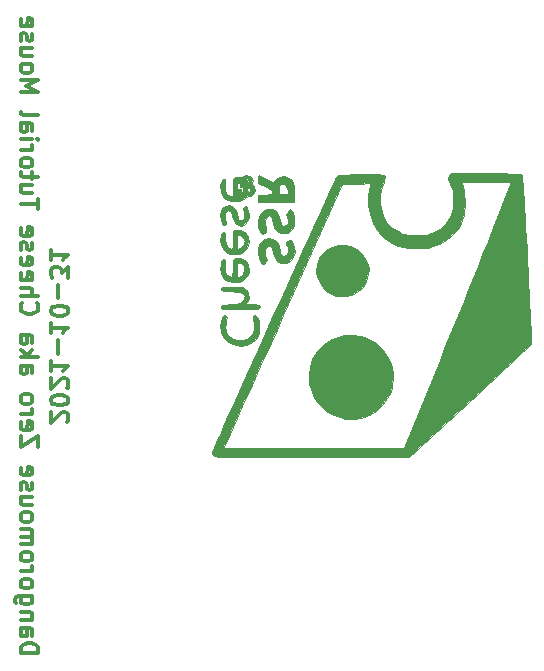
<source format=gbo>
%TF.GenerationSoftware,KiCad,Pcbnew,5.1.10*%
%TF.CreationDate,2021-10-31T20:18:17+09:00*%
%TF.ProjectId,ZeroPCB,5a65726f-5043-4422-9e6b-696361645f70,rev?*%
%TF.SameCoordinates,Original*%
%TF.FileFunction,Legend,Bot*%
%TF.FilePolarity,Positive*%
%FSLAX46Y46*%
G04 Gerber Fmt 4.6, Leading zero omitted, Abs format (unit mm)*
G04 Created by KiCad (PCBNEW 5.1.10) date 2021-10-31 20:18:17*
%MOMM*%
%LPD*%
G01*
G04 APERTURE LIST*
%ADD10C,0.300000*%
%ADD11C,0.010000*%
G04 APERTURE END LIST*
D10*
X108753571Y-103435714D02*
X108825000Y-103364285D01*
X108896428Y-103221428D01*
X108896428Y-102864285D01*
X108825000Y-102721428D01*
X108753571Y-102650000D01*
X108610714Y-102578571D01*
X108467857Y-102578571D01*
X108253571Y-102650000D01*
X107396428Y-103507142D01*
X107396428Y-102578571D01*
X108896428Y-101650000D02*
X108896428Y-101507142D01*
X108825000Y-101364285D01*
X108753571Y-101292857D01*
X108610714Y-101221428D01*
X108325000Y-101150000D01*
X107967857Y-101150000D01*
X107682142Y-101221428D01*
X107539285Y-101292857D01*
X107467857Y-101364285D01*
X107396428Y-101507142D01*
X107396428Y-101650000D01*
X107467857Y-101792857D01*
X107539285Y-101864285D01*
X107682142Y-101935714D01*
X107967857Y-102007142D01*
X108325000Y-102007142D01*
X108610714Y-101935714D01*
X108753571Y-101864285D01*
X108825000Y-101792857D01*
X108896428Y-101650000D01*
X108753571Y-100578571D02*
X108825000Y-100507142D01*
X108896428Y-100364285D01*
X108896428Y-100007142D01*
X108825000Y-99864285D01*
X108753571Y-99792857D01*
X108610714Y-99721428D01*
X108467857Y-99721428D01*
X108253571Y-99792857D01*
X107396428Y-100650000D01*
X107396428Y-99721428D01*
X107396428Y-98292857D02*
X107396428Y-99150000D01*
X107396428Y-98721428D02*
X108896428Y-98721428D01*
X108682142Y-98864285D01*
X108539285Y-99007142D01*
X108467857Y-99150000D01*
X107967857Y-97650000D02*
X107967857Y-96507142D01*
X107396428Y-95007142D02*
X107396428Y-95864285D01*
X107396428Y-95435714D02*
X108896428Y-95435714D01*
X108682142Y-95578571D01*
X108539285Y-95721428D01*
X108467857Y-95864285D01*
X108896428Y-94078571D02*
X108896428Y-93935714D01*
X108825000Y-93792857D01*
X108753571Y-93721428D01*
X108610714Y-93650000D01*
X108325000Y-93578571D01*
X107967857Y-93578571D01*
X107682142Y-93650000D01*
X107539285Y-93721428D01*
X107467857Y-93792857D01*
X107396428Y-93935714D01*
X107396428Y-94078571D01*
X107467857Y-94221428D01*
X107539285Y-94292857D01*
X107682142Y-94364285D01*
X107967857Y-94435714D01*
X108325000Y-94435714D01*
X108610714Y-94364285D01*
X108753571Y-94292857D01*
X108825000Y-94221428D01*
X108896428Y-94078571D01*
X107967857Y-92935714D02*
X107967857Y-91792857D01*
X108896428Y-91221428D02*
X108896428Y-90292857D01*
X108325000Y-90792857D01*
X108325000Y-90578571D01*
X108253571Y-90435714D01*
X108182142Y-90364285D01*
X108039285Y-90292857D01*
X107682142Y-90292857D01*
X107539285Y-90364285D01*
X107467857Y-90435714D01*
X107396428Y-90578571D01*
X107396428Y-91007142D01*
X107467857Y-91150000D01*
X107539285Y-91221428D01*
X107396428Y-88864285D02*
X107396428Y-89721428D01*
X107396428Y-89292857D02*
X108896428Y-89292857D01*
X108682142Y-89435714D01*
X108539285Y-89578571D01*
X108467857Y-89721428D01*
X104846428Y-123007142D02*
X106346428Y-123007142D01*
X106346428Y-122650000D01*
X106275000Y-122435714D01*
X106132142Y-122292857D01*
X105989285Y-122221428D01*
X105703571Y-122150000D01*
X105489285Y-122150000D01*
X105203571Y-122221428D01*
X105060714Y-122292857D01*
X104917857Y-122435714D01*
X104846428Y-122650000D01*
X104846428Y-123007142D01*
X104846428Y-120864285D02*
X105632142Y-120864285D01*
X105775000Y-120935714D01*
X105846428Y-121078571D01*
X105846428Y-121364285D01*
X105775000Y-121507142D01*
X104917857Y-120864285D02*
X104846428Y-121007142D01*
X104846428Y-121364285D01*
X104917857Y-121507142D01*
X105060714Y-121578571D01*
X105203571Y-121578571D01*
X105346428Y-121507142D01*
X105417857Y-121364285D01*
X105417857Y-121007142D01*
X105489285Y-120864285D01*
X105846428Y-120150000D02*
X104846428Y-120150000D01*
X105703571Y-120150000D02*
X105775000Y-120078571D01*
X105846428Y-119935714D01*
X105846428Y-119721428D01*
X105775000Y-119578571D01*
X105632142Y-119507142D01*
X104846428Y-119507142D01*
X105846428Y-118150000D02*
X104632142Y-118150000D01*
X104489285Y-118221428D01*
X104417857Y-118292857D01*
X104346428Y-118435714D01*
X104346428Y-118650000D01*
X104417857Y-118792857D01*
X104917857Y-118150000D02*
X104846428Y-118292857D01*
X104846428Y-118578571D01*
X104917857Y-118721428D01*
X104989285Y-118792857D01*
X105132142Y-118864285D01*
X105560714Y-118864285D01*
X105703571Y-118792857D01*
X105775000Y-118721428D01*
X105846428Y-118578571D01*
X105846428Y-118292857D01*
X105775000Y-118150000D01*
X104846428Y-117221428D02*
X104917857Y-117364285D01*
X104989285Y-117435714D01*
X105132142Y-117507142D01*
X105560714Y-117507142D01*
X105703571Y-117435714D01*
X105775000Y-117364285D01*
X105846428Y-117221428D01*
X105846428Y-117007142D01*
X105775000Y-116864285D01*
X105703571Y-116792857D01*
X105560714Y-116721428D01*
X105132142Y-116721428D01*
X104989285Y-116792857D01*
X104917857Y-116864285D01*
X104846428Y-117007142D01*
X104846428Y-117221428D01*
X104846428Y-116078571D02*
X105846428Y-116078571D01*
X105560714Y-116078571D02*
X105703571Y-116007142D01*
X105775000Y-115935714D01*
X105846428Y-115792857D01*
X105846428Y-115650000D01*
X104846428Y-114935714D02*
X104917857Y-115078571D01*
X104989285Y-115150000D01*
X105132142Y-115221428D01*
X105560714Y-115221428D01*
X105703571Y-115150000D01*
X105775000Y-115078571D01*
X105846428Y-114935714D01*
X105846428Y-114721428D01*
X105775000Y-114578571D01*
X105703571Y-114507142D01*
X105560714Y-114435714D01*
X105132142Y-114435714D01*
X104989285Y-114507142D01*
X104917857Y-114578571D01*
X104846428Y-114721428D01*
X104846428Y-114935714D01*
X104846428Y-113792857D02*
X105846428Y-113792857D01*
X105703571Y-113792857D02*
X105775000Y-113721428D01*
X105846428Y-113578571D01*
X105846428Y-113364285D01*
X105775000Y-113221428D01*
X105632142Y-113150000D01*
X104846428Y-113150000D01*
X105632142Y-113150000D02*
X105775000Y-113078571D01*
X105846428Y-112935714D01*
X105846428Y-112721428D01*
X105775000Y-112578571D01*
X105632142Y-112507142D01*
X104846428Y-112507142D01*
X104846428Y-111578571D02*
X104917857Y-111721428D01*
X104989285Y-111792857D01*
X105132142Y-111864285D01*
X105560714Y-111864285D01*
X105703571Y-111792857D01*
X105775000Y-111721428D01*
X105846428Y-111578571D01*
X105846428Y-111364285D01*
X105775000Y-111221428D01*
X105703571Y-111150000D01*
X105560714Y-111078571D01*
X105132142Y-111078571D01*
X104989285Y-111150000D01*
X104917857Y-111221428D01*
X104846428Y-111364285D01*
X104846428Y-111578571D01*
X105846428Y-109792857D02*
X104846428Y-109792857D01*
X105846428Y-110435714D02*
X105060714Y-110435714D01*
X104917857Y-110364285D01*
X104846428Y-110221428D01*
X104846428Y-110007142D01*
X104917857Y-109864285D01*
X104989285Y-109792857D01*
X104917857Y-109150000D02*
X104846428Y-109007142D01*
X104846428Y-108721428D01*
X104917857Y-108578571D01*
X105060714Y-108507142D01*
X105132142Y-108507142D01*
X105275000Y-108578571D01*
X105346428Y-108721428D01*
X105346428Y-108935714D01*
X105417857Y-109078571D01*
X105560714Y-109150000D01*
X105632142Y-109150000D01*
X105775000Y-109078571D01*
X105846428Y-108935714D01*
X105846428Y-108721428D01*
X105775000Y-108578571D01*
X104917857Y-107292857D02*
X104846428Y-107435714D01*
X104846428Y-107721428D01*
X104917857Y-107864285D01*
X105060714Y-107935714D01*
X105632142Y-107935714D01*
X105775000Y-107864285D01*
X105846428Y-107721428D01*
X105846428Y-107435714D01*
X105775000Y-107292857D01*
X105632142Y-107221428D01*
X105489285Y-107221428D01*
X105346428Y-107935714D01*
X106346428Y-105578571D02*
X106346428Y-104578571D01*
X104846428Y-105578571D01*
X104846428Y-104578571D01*
X104917857Y-103435714D02*
X104846428Y-103578571D01*
X104846428Y-103864285D01*
X104917857Y-104007142D01*
X105060714Y-104078571D01*
X105632142Y-104078571D01*
X105775000Y-104007142D01*
X105846428Y-103864285D01*
X105846428Y-103578571D01*
X105775000Y-103435714D01*
X105632142Y-103364285D01*
X105489285Y-103364285D01*
X105346428Y-104078571D01*
X104846428Y-102721428D02*
X105846428Y-102721428D01*
X105560714Y-102721428D02*
X105703571Y-102650000D01*
X105775000Y-102578571D01*
X105846428Y-102435714D01*
X105846428Y-102292857D01*
X104846428Y-101578571D02*
X104917857Y-101721428D01*
X104989285Y-101792857D01*
X105132142Y-101864285D01*
X105560714Y-101864285D01*
X105703571Y-101792857D01*
X105775000Y-101721428D01*
X105846428Y-101578571D01*
X105846428Y-101364285D01*
X105775000Y-101221428D01*
X105703571Y-101150000D01*
X105560714Y-101078571D01*
X105132142Y-101078571D01*
X104989285Y-101150000D01*
X104917857Y-101221428D01*
X104846428Y-101364285D01*
X104846428Y-101578571D01*
X104846428Y-98650000D02*
X105632142Y-98650000D01*
X105775000Y-98721428D01*
X105846428Y-98864285D01*
X105846428Y-99150000D01*
X105775000Y-99292857D01*
X104917857Y-98650000D02*
X104846428Y-98792857D01*
X104846428Y-99150000D01*
X104917857Y-99292857D01*
X105060714Y-99364285D01*
X105203571Y-99364285D01*
X105346428Y-99292857D01*
X105417857Y-99150000D01*
X105417857Y-98792857D01*
X105489285Y-98650000D01*
X104846428Y-97935714D02*
X106346428Y-97935714D01*
X105417857Y-97792857D02*
X104846428Y-97364285D01*
X105846428Y-97364285D02*
X105275000Y-97935714D01*
X104846428Y-96078571D02*
X105632142Y-96078571D01*
X105775000Y-96150000D01*
X105846428Y-96292857D01*
X105846428Y-96578571D01*
X105775000Y-96721428D01*
X104917857Y-96078571D02*
X104846428Y-96221428D01*
X104846428Y-96578571D01*
X104917857Y-96721428D01*
X105060714Y-96792857D01*
X105203571Y-96792857D01*
X105346428Y-96721428D01*
X105417857Y-96578571D01*
X105417857Y-96221428D01*
X105489285Y-96078571D01*
X104989285Y-93364285D02*
X104917857Y-93435714D01*
X104846428Y-93650000D01*
X104846428Y-93792857D01*
X104917857Y-94007142D01*
X105060714Y-94150000D01*
X105203571Y-94221428D01*
X105489285Y-94292857D01*
X105703571Y-94292857D01*
X105989285Y-94221428D01*
X106132142Y-94150000D01*
X106275000Y-94007142D01*
X106346428Y-93792857D01*
X106346428Y-93650000D01*
X106275000Y-93435714D01*
X106203571Y-93364285D01*
X104846428Y-92721428D02*
X106346428Y-92721428D01*
X104846428Y-92078571D02*
X105632142Y-92078571D01*
X105775000Y-92150000D01*
X105846428Y-92292857D01*
X105846428Y-92507142D01*
X105775000Y-92650000D01*
X105703571Y-92721428D01*
X104917857Y-90792857D02*
X104846428Y-90935714D01*
X104846428Y-91221428D01*
X104917857Y-91364285D01*
X105060714Y-91435714D01*
X105632142Y-91435714D01*
X105775000Y-91364285D01*
X105846428Y-91221428D01*
X105846428Y-90935714D01*
X105775000Y-90792857D01*
X105632142Y-90721428D01*
X105489285Y-90721428D01*
X105346428Y-91435714D01*
X104917857Y-89507142D02*
X104846428Y-89650000D01*
X104846428Y-89935714D01*
X104917857Y-90078571D01*
X105060714Y-90150000D01*
X105632142Y-90150000D01*
X105775000Y-90078571D01*
X105846428Y-89935714D01*
X105846428Y-89650000D01*
X105775000Y-89507142D01*
X105632142Y-89435714D01*
X105489285Y-89435714D01*
X105346428Y-90150000D01*
X104917857Y-88864285D02*
X104846428Y-88721428D01*
X104846428Y-88435714D01*
X104917857Y-88292857D01*
X105060714Y-88221428D01*
X105132142Y-88221428D01*
X105275000Y-88292857D01*
X105346428Y-88435714D01*
X105346428Y-88650000D01*
X105417857Y-88792857D01*
X105560714Y-88864285D01*
X105632142Y-88864285D01*
X105775000Y-88792857D01*
X105846428Y-88650000D01*
X105846428Y-88435714D01*
X105775000Y-88292857D01*
X104917857Y-87007142D02*
X104846428Y-87150000D01*
X104846428Y-87435714D01*
X104917857Y-87578571D01*
X105060714Y-87650000D01*
X105632142Y-87650000D01*
X105775000Y-87578571D01*
X105846428Y-87435714D01*
X105846428Y-87150000D01*
X105775000Y-87007142D01*
X105632142Y-86935714D01*
X105489285Y-86935714D01*
X105346428Y-87650000D01*
X106346428Y-85364285D02*
X106346428Y-84507142D01*
X104846428Y-84935714D02*
X106346428Y-84935714D01*
X105846428Y-83364285D02*
X104846428Y-83364285D01*
X105846428Y-84007142D02*
X105060714Y-84007142D01*
X104917857Y-83935714D01*
X104846428Y-83792857D01*
X104846428Y-83578571D01*
X104917857Y-83435714D01*
X104989285Y-83364285D01*
X105846428Y-82864285D02*
X105846428Y-82292857D01*
X106346428Y-82650000D02*
X105060714Y-82650000D01*
X104917857Y-82578571D01*
X104846428Y-82435714D01*
X104846428Y-82292857D01*
X104846428Y-81578571D02*
X104917857Y-81721428D01*
X104989285Y-81792857D01*
X105132142Y-81864285D01*
X105560714Y-81864285D01*
X105703571Y-81792857D01*
X105775000Y-81721428D01*
X105846428Y-81578571D01*
X105846428Y-81364285D01*
X105775000Y-81221428D01*
X105703571Y-81150000D01*
X105560714Y-81078571D01*
X105132142Y-81078571D01*
X104989285Y-81150000D01*
X104917857Y-81221428D01*
X104846428Y-81364285D01*
X104846428Y-81578571D01*
X104846428Y-80435714D02*
X105846428Y-80435714D01*
X105560714Y-80435714D02*
X105703571Y-80364285D01*
X105775000Y-80292857D01*
X105846428Y-80150000D01*
X105846428Y-80007142D01*
X104846428Y-79507142D02*
X105846428Y-79507142D01*
X106346428Y-79507142D02*
X106275000Y-79578571D01*
X106203571Y-79507142D01*
X106275000Y-79435714D01*
X106346428Y-79507142D01*
X106203571Y-79507142D01*
X104846428Y-78150000D02*
X105632142Y-78150000D01*
X105775000Y-78221428D01*
X105846428Y-78364285D01*
X105846428Y-78650000D01*
X105775000Y-78792857D01*
X104917857Y-78150000D02*
X104846428Y-78292857D01*
X104846428Y-78650000D01*
X104917857Y-78792857D01*
X105060714Y-78864285D01*
X105203571Y-78864285D01*
X105346428Y-78792857D01*
X105417857Y-78650000D01*
X105417857Y-78292857D01*
X105489285Y-78150000D01*
X104846428Y-77221428D02*
X104917857Y-77364285D01*
X105060714Y-77435714D01*
X106346428Y-77435714D01*
X104846428Y-75507142D02*
X106346428Y-75507142D01*
X105275000Y-75007142D01*
X106346428Y-74507142D01*
X104846428Y-74507142D01*
X104846428Y-73578571D02*
X104917857Y-73721428D01*
X104989285Y-73792857D01*
X105132142Y-73864285D01*
X105560714Y-73864285D01*
X105703571Y-73792857D01*
X105775000Y-73721428D01*
X105846428Y-73578571D01*
X105846428Y-73364285D01*
X105775000Y-73221428D01*
X105703571Y-73150000D01*
X105560714Y-73078571D01*
X105132142Y-73078571D01*
X104989285Y-73150000D01*
X104917857Y-73221428D01*
X104846428Y-73364285D01*
X104846428Y-73578571D01*
X105846428Y-71792857D02*
X104846428Y-71792857D01*
X105846428Y-72435714D02*
X105060714Y-72435714D01*
X104917857Y-72364285D01*
X104846428Y-72221428D01*
X104846428Y-72007142D01*
X104917857Y-71864285D01*
X104989285Y-71792857D01*
X104917857Y-71150000D02*
X104846428Y-71007142D01*
X104846428Y-70721428D01*
X104917857Y-70578571D01*
X105060714Y-70507142D01*
X105132142Y-70507142D01*
X105275000Y-70578571D01*
X105346428Y-70721428D01*
X105346428Y-70935714D01*
X105417857Y-71078571D01*
X105560714Y-71150000D01*
X105632142Y-71150000D01*
X105775000Y-71078571D01*
X105846428Y-70935714D01*
X105846428Y-70721428D01*
X105775000Y-70578571D01*
X104917857Y-69292857D02*
X104846428Y-69435714D01*
X104846428Y-69721428D01*
X104917857Y-69864285D01*
X105060714Y-69935714D01*
X105632142Y-69935714D01*
X105775000Y-69864285D01*
X105846428Y-69721428D01*
X105846428Y-69435714D01*
X105775000Y-69292857D01*
X105632142Y-69221428D01*
X105489285Y-69221428D01*
X105346428Y-69935714D01*
D11*
%TO.C,G\u002A\u002A\u002A*%
G36*
X148051107Y-96466137D02*
G01*
X148040510Y-96070075D01*
X148021920Y-95550897D01*
X147996165Y-94923828D01*
X147964077Y-94204091D01*
X147926485Y-93406911D01*
X147884221Y-92547512D01*
X147838114Y-91641118D01*
X147788994Y-90702953D01*
X147737692Y-89748241D01*
X147685039Y-88792205D01*
X147631864Y-87850072D01*
X147578998Y-86937063D01*
X147527271Y-86068404D01*
X147477513Y-85259318D01*
X147430555Y-84525029D01*
X147387226Y-83880762D01*
X147348358Y-83341741D01*
X147314780Y-82923190D01*
X147287323Y-82640332D01*
X147266817Y-82508392D01*
X147263663Y-82501501D01*
X147211603Y-82468683D01*
X147104952Y-82442198D01*
X146927894Y-82421423D01*
X146664609Y-82405735D01*
X146299282Y-82394511D01*
X145816093Y-82387128D01*
X145199227Y-82382964D01*
X144432864Y-82381394D01*
X144212919Y-82381334D01*
X141261904Y-82381334D01*
X141132886Y-82578240D01*
X141070149Y-82695661D01*
X141057827Y-82817552D01*
X141102328Y-82991237D01*
X141210059Y-83264046D01*
X141233178Y-83319074D01*
X141345028Y-83609639D01*
X141414338Y-83873505D01*
X141450984Y-84169641D01*
X141464843Y-84557015D01*
X141466077Y-84709667D01*
X141462862Y-85118995D01*
X141442927Y-85412146D01*
X141397010Y-85642116D01*
X141315847Y-85861895D01*
X141234312Y-86035593D01*
X140867786Y-86592235D01*
X140365107Y-87052129D01*
X139828828Y-87365223D01*
X139601283Y-87464122D01*
X139392854Y-87528776D01*
X139157386Y-87566291D01*
X138848724Y-87583769D01*
X138420711Y-87588316D01*
X138379334Y-87588334D01*
X137939610Y-87584525D01*
X137622982Y-87568361D01*
X137383295Y-87532737D01*
X137174393Y-87470551D01*
X136950120Y-87374696D01*
X136929840Y-87365223D01*
X136313532Y-86999060D01*
X135841035Y-86544046D01*
X135509527Y-85995986D01*
X135316185Y-85350683D01*
X135263832Y-84888165D01*
X135254468Y-84480012D01*
X135284166Y-84149022D01*
X135364976Y-83807686D01*
X135448973Y-83543718D01*
X135581684Y-83123593D01*
X135650262Y-82832241D01*
X135657639Y-82642950D01*
X135606748Y-82529007D01*
X135564167Y-82494282D01*
X135451615Y-82476011D01*
X135195793Y-82462004D01*
X134822722Y-82452798D01*
X134358424Y-82448930D01*
X133828922Y-82450938D01*
X133595667Y-82453630D01*
X132975399Y-82463656D01*
X132502736Y-82475574D01*
X132155948Y-82491204D01*
X131913308Y-82512364D01*
X131753087Y-82540875D01*
X131653555Y-82578557D01*
X131598821Y-82620846D01*
X131551691Y-82710334D01*
X131440086Y-82943786D01*
X131268657Y-83310891D01*
X131042055Y-83801338D01*
X130764933Y-84404816D01*
X130441941Y-85111013D01*
X130077731Y-85909619D01*
X129676955Y-86790322D01*
X129244263Y-87742811D01*
X128784307Y-88756775D01*
X128301739Y-89821903D01*
X127801209Y-90927883D01*
X127287370Y-92064405D01*
X126764872Y-93221158D01*
X126238368Y-94387830D01*
X125712508Y-95554110D01*
X125191944Y-96709687D01*
X124681327Y-97844249D01*
X124185309Y-98947487D01*
X123708541Y-100009088D01*
X123255674Y-101018741D01*
X122831361Y-101966136D01*
X122440251Y-102840961D01*
X122086998Y-103632905D01*
X121776251Y-104331657D01*
X121512663Y-104926905D01*
X121300884Y-105408339D01*
X121145567Y-105765648D01*
X121051363Y-105988519D01*
X121022667Y-106065882D01*
X121079408Y-106179429D01*
X121177501Y-106286545D01*
X121213482Y-106309901D01*
X121273332Y-106330522D01*
X121367054Y-106348571D01*
X121504648Y-106364215D01*
X121696116Y-106377618D01*
X121951462Y-106388946D01*
X122280687Y-106398363D01*
X122693792Y-106406036D01*
X123200781Y-106412129D01*
X123811654Y-106416807D01*
X124536414Y-106420235D01*
X125385063Y-106422579D01*
X126367603Y-106424004D01*
X127494036Y-106424675D01*
X128774363Y-106424757D01*
X129538334Y-106424613D01*
X137331224Y-106422664D01*
X137331224Y-105664667D01*
X129684946Y-105664667D01*
X128563279Y-105663981D01*
X127491269Y-105661987D01*
X126480832Y-105658786D01*
X125543887Y-105654475D01*
X124692349Y-105649155D01*
X123938135Y-105642924D01*
X123293163Y-105635881D01*
X122769349Y-105628125D01*
X122378610Y-105619755D01*
X122132864Y-105610871D01*
X122044027Y-105601571D01*
X122043907Y-105601167D01*
X122078692Y-105517921D01*
X122179215Y-105288986D01*
X122341589Y-104923032D01*
X122561926Y-104428727D01*
X122836336Y-103814738D01*
X123160934Y-103089735D01*
X123531830Y-102262385D01*
X123945137Y-101341357D01*
X124396966Y-100335321D01*
X124883430Y-99252943D01*
X125400642Y-98102892D01*
X125944712Y-96893837D01*
X126511753Y-95634446D01*
X127066057Y-94404000D01*
X132082968Y-83270334D01*
X133294317Y-83246778D01*
X134505666Y-83223223D01*
X134452309Y-83416112D01*
X134291856Y-84262754D01*
X134278240Y-85080916D01*
X134403011Y-85854892D01*
X134657718Y-86568977D01*
X135033909Y-87207465D01*
X135523134Y-87754652D01*
X136116941Y-88194831D01*
X136806879Y-88512299D01*
X137261668Y-88636965D01*
X137732093Y-88701753D01*
X138289752Y-88727257D01*
X138858678Y-88713521D01*
X139362905Y-88660592D01*
X139497000Y-88635638D01*
X140237104Y-88398709D01*
X140900465Y-88029111D01*
X141468496Y-87544465D01*
X141922605Y-86962395D01*
X142244203Y-86300522D01*
X142353596Y-85927626D01*
X142406272Y-85576936D01*
X142433861Y-85129645D01*
X142437038Y-84641313D01*
X142416476Y-84167501D01*
X142372849Y-83763770D01*
X142324620Y-83537790D01*
X142205906Y-83143334D01*
X146396223Y-83143334D01*
X144940952Y-86762834D01*
X144689068Y-87389172D01*
X144381388Y-88154020D01*
X144025382Y-89038817D01*
X143628522Y-90025001D01*
X143198279Y-91094013D01*
X142742123Y-92227291D01*
X142267525Y-93406274D01*
X141781956Y-94612403D01*
X141292887Y-95827115D01*
X140807788Y-97031851D01*
X140408453Y-98023500D01*
X137331224Y-105664667D01*
X137331224Y-106422664D01*
X137744334Y-106422560D01*
X142866667Y-101673374D01*
X143654164Y-100942718D01*
X144406037Y-100244095D01*
X145112987Y-99586206D01*
X145765715Y-98977750D01*
X146354922Y-98427429D01*
X146871311Y-97943943D01*
X147305582Y-97535993D01*
X147648436Y-97212280D01*
X147890576Y-96981504D01*
X148022703Y-96852366D01*
X148044997Y-96828019D01*
X148052880Y-96723860D01*
X148051107Y-96466137D01*
G37*
X148051107Y-96466137D02*
X148040510Y-96070075D01*
X148021920Y-95550897D01*
X147996165Y-94923828D01*
X147964077Y-94204091D01*
X147926485Y-93406911D01*
X147884221Y-92547512D01*
X147838114Y-91641118D01*
X147788994Y-90702953D01*
X147737692Y-89748241D01*
X147685039Y-88792205D01*
X147631864Y-87850072D01*
X147578998Y-86937063D01*
X147527271Y-86068404D01*
X147477513Y-85259318D01*
X147430555Y-84525029D01*
X147387226Y-83880762D01*
X147348358Y-83341741D01*
X147314780Y-82923190D01*
X147287323Y-82640332D01*
X147266817Y-82508392D01*
X147263663Y-82501501D01*
X147211603Y-82468683D01*
X147104952Y-82442198D01*
X146927894Y-82421423D01*
X146664609Y-82405735D01*
X146299282Y-82394511D01*
X145816093Y-82387128D01*
X145199227Y-82382964D01*
X144432864Y-82381394D01*
X144212919Y-82381334D01*
X141261904Y-82381334D01*
X141132886Y-82578240D01*
X141070149Y-82695661D01*
X141057827Y-82817552D01*
X141102328Y-82991237D01*
X141210059Y-83264046D01*
X141233178Y-83319074D01*
X141345028Y-83609639D01*
X141414338Y-83873505D01*
X141450984Y-84169641D01*
X141464843Y-84557015D01*
X141466077Y-84709667D01*
X141462862Y-85118995D01*
X141442927Y-85412146D01*
X141397010Y-85642116D01*
X141315847Y-85861895D01*
X141234312Y-86035593D01*
X140867786Y-86592235D01*
X140365107Y-87052129D01*
X139828828Y-87365223D01*
X139601283Y-87464122D01*
X139392854Y-87528776D01*
X139157386Y-87566291D01*
X138848724Y-87583769D01*
X138420711Y-87588316D01*
X138379334Y-87588334D01*
X137939610Y-87584525D01*
X137622982Y-87568361D01*
X137383295Y-87532737D01*
X137174393Y-87470551D01*
X136950120Y-87374696D01*
X136929840Y-87365223D01*
X136313532Y-86999060D01*
X135841035Y-86544046D01*
X135509527Y-85995986D01*
X135316185Y-85350683D01*
X135263832Y-84888165D01*
X135254468Y-84480012D01*
X135284166Y-84149022D01*
X135364976Y-83807686D01*
X135448973Y-83543718D01*
X135581684Y-83123593D01*
X135650262Y-82832241D01*
X135657639Y-82642950D01*
X135606748Y-82529007D01*
X135564167Y-82494282D01*
X135451615Y-82476011D01*
X135195793Y-82462004D01*
X134822722Y-82452798D01*
X134358424Y-82448930D01*
X133828922Y-82450938D01*
X133595667Y-82453630D01*
X132975399Y-82463656D01*
X132502736Y-82475574D01*
X132155948Y-82491204D01*
X131913308Y-82512364D01*
X131753087Y-82540875D01*
X131653555Y-82578557D01*
X131598821Y-82620846D01*
X131551691Y-82710334D01*
X131440086Y-82943786D01*
X131268657Y-83310891D01*
X131042055Y-83801338D01*
X130764933Y-84404816D01*
X130441941Y-85111013D01*
X130077731Y-85909619D01*
X129676955Y-86790322D01*
X129244263Y-87742811D01*
X128784307Y-88756775D01*
X128301739Y-89821903D01*
X127801209Y-90927883D01*
X127287370Y-92064405D01*
X126764872Y-93221158D01*
X126238368Y-94387830D01*
X125712508Y-95554110D01*
X125191944Y-96709687D01*
X124681327Y-97844249D01*
X124185309Y-98947487D01*
X123708541Y-100009088D01*
X123255674Y-101018741D01*
X122831361Y-101966136D01*
X122440251Y-102840961D01*
X122086998Y-103632905D01*
X121776251Y-104331657D01*
X121512663Y-104926905D01*
X121300884Y-105408339D01*
X121145567Y-105765648D01*
X121051363Y-105988519D01*
X121022667Y-106065882D01*
X121079408Y-106179429D01*
X121177501Y-106286545D01*
X121213482Y-106309901D01*
X121273332Y-106330522D01*
X121367054Y-106348571D01*
X121504648Y-106364215D01*
X121696116Y-106377618D01*
X121951462Y-106388946D01*
X122280687Y-106398363D01*
X122693792Y-106406036D01*
X123200781Y-106412129D01*
X123811654Y-106416807D01*
X124536414Y-106420235D01*
X125385063Y-106422579D01*
X126367603Y-106424004D01*
X127494036Y-106424675D01*
X128774363Y-106424757D01*
X129538334Y-106424613D01*
X137331224Y-106422664D01*
X137331224Y-105664667D01*
X129684946Y-105664667D01*
X128563279Y-105663981D01*
X127491269Y-105661987D01*
X126480832Y-105658786D01*
X125543887Y-105654475D01*
X124692349Y-105649155D01*
X123938135Y-105642924D01*
X123293163Y-105635881D01*
X122769349Y-105628125D01*
X122378610Y-105619755D01*
X122132864Y-105610871D01*
X122044027Y-105601571D01*
X122043907Y-105601167D01*
X122078692Y-105517921D01*
X122179215Y-105288986D01*
X122341589Y-104923032D01*
X122561926Y-104428727D01*
X122836336Y-103814738D01*
X123160934Y-103089735D01*
X123531830Y-102262385D01*
X123945137Y-101341357D01*
X124396966Y-100335321D01*
X124883430Y-99252943D01*
X125400642Y-98102892D01*
X125944712Y-96893837D01*
X126511753Y-95634446D01*
X127066057Y-94404000D01*
X132082968Y-83270334D01*
X133294317Y-83246778D01*
X134505666Y-83223223D01*
X134452309Y-83416112D01*
X134291856Y-84262754D01*
X134278240Y-85080916D01*
X134403011Y-85854892D01*
X134657718Y-86568977D01*
X135033909Y-87207465D01*
X135523134Y-87754652D01*
X136116941Y-88194831D01*
X136806879Y-88512299D01*
X137261668Y-88636965D01*
X137732093Y-88701753D01*
X138289752Y-88727257D01*
X138858678Y-88713521D01*
X139362905Y-88660592D01*
X139497000Y-88635638D01*
X140237104Y-88398709D01*
X140900465Y-88029111D01*
X141468496Y-87544465D01*
X141922605Y-86962395D01*
X142244203Y-86300522D01*
X142353596Y-85927626D01*
X142406272Y-85576936D01*
X142433861Y-85129645D01*
X142437038Y-84641313D01*
X142416476Y-84167501D01*
X142372849Y-83763770D01*
X142324620Y-83537790D01*
X142205906Y-83143334D01*
X146396223Y-83143334D01*
X144940952Y-86762834D01*
X144689068Y-87389172D01*
X144381388Y-88154020D01*
X144025382Y-89038817D01*
X143628522Y-90025001D01*
X143198279Y-91094013D01*
X142742123Y-92227291D01*
X142267525Y-93406274D01*
X141781956Y-94612403D01*
X141292887Y-95827115D01*
X140807788Y-97031851D01*
X140408453Y-98023500D01*
X137331224Y-105664667D01*
X137331224Y-106422664D01*
X137744334Y-106422560D01*
X142866667Y-101673374D01*
X143654164Y-100942718D01*
X144406037Y-100244095D01*
X145112987Y-99586206D01*
X145765715Y-98977750D01*
X146354922Y-98427429D01*
X146871311Y-97943943D01*
X147305582Y-97535993D01*
X147648436Y-97212280D01*
X147890576Y-96981504D01*
X148022703Y-96852366D01*
X148044997Y-96828019D01*
X148052880Y-96723860D01*
X148051107Y-96466137D01*
G36*
X125062642Y-95216946D02*
G01*
X125005652Y-94889438D01*
X124904398Y-94618492D01*
X124768645Y-94445212D01*
X124654846Y-94404000D01*
X124534987Y-94424210D01*
X124505362Y-94517489D01*
X124532304Y-94679167D01*
X124612692Y-95094948D01*
X124642560Y-95396083D01*
X124621863Y-95629563D01*
X124550556Y-95842376D01*
X124531157Y-95884618D01*
X124298891Y-96194031D01*
X123970409Y-96398528D01*
X123583990Y-96496073D01*
X123177916Y-96484628D01*
X122790470Y-96362158D01*
X122459931Y-96126623D01*
X122352416Y-96000557D01*
X122245210Y-95751818D01*
X122191131Y-95417055D01*
X122195227Y-95072610D01*
X122262549Y-94794823D01*
X122271457Y-94776522D01*
X122323708Y-94568163D01*
X122247089Y-94434829D01*
X122122844Y-94404000D01*
X121989156Y-94481547D01*
X121877640Y-94686618D01*
X121798026Y-94977864D01*
X121760044Y-95313934D01*
X121773424Y-95653477D01*
X121797029Y-95788643D01*
X121978816Y-96251427D01*
X122284897Y-96605019D01*
X122703098Y-96840476D01*
X123221246Y-96948854D01*
X123385157Y-96955223D01*
X123945794Y-96891463D01*
X124402553Y-96695842D01*
X124752031Y-96370626D01*
X124990825Y-95918079D01*
X125004783Y-95877237D01*
X125065607Y-95559913D01*
X125062642Y-95216946D01*
G37*
X125062642Y-95216946D02*
X125005652Y-94889438D01*
X124904398Y-94618492D01*
X124768645Y-94445212D01*
X124654846Y-94404000D01*
X124534987Y-94424210D01*
X124505362Y-94517489D01*
X124532304Y-94679167D01*
X124612692Y-95094948D01*
X124642560Y-95396083D01*
X124621863Y-95629563D01*
X124550556Y-95842376D01*
X124531157Y-95884618D01*
X124298891Y-96194031D01*
X123970409Y-96398528D01*
X123583990Y-96496073D01*
X123177916Y-96484628D01*
X122790470Y-96362158D01*
X122459931Y-96126623D01*
X122352416Y-96000557D01*
X122245210Y-95751818D01*
X122191131Y-95417055D01*
X122195227Y-95072610D01*
X122262549Y-94794823D01*
X122271457Y-94776522D01*
X122323708Y-94568163D01*
X122247089Y-94434829D01*
X122122844Y-94404000D01*
X121989156Y-94481547D01*
X121877640Y-94686618D01*
X121798026Y-94977864D01*
X121760044Y-95313934D01*
X121773424Y-95653477D01*
X121797029Y-95788643D01*
X121978816Y-96251427D01*
X122284897Y-96605019D01*
X122703098Y-96840476D01*
X123221246Y-96948854D01*
X123385157Y-96955223D01*
X123945794Y-96891463D01*
X124402553Y-96695842D01*
X124752031Y-96370626D01*
X124990825Y-95918079D01*
X125004783Y-95877237D01*
X125065607Y-95559913D01*
X125062642Y-95216946D01*
G36*
X124086119Y-90146348D02*
G01*
X123891310Y-89819651D01*
X123587193Y-89606169D01*
X123494535Y-89572951D01*
X123224733Y-89517414D01*
X123029835Y-89548801D01*
X122982486Y-89571318D01*
X122895287Y-89633034D01*
X122841377Y-89728874D01*
X122812906Y-89895805D01*
X122802025Y-90170791D01*
X122800667Y-90427646D01*
X122795863Y-90762506D01*
X122782999Y-91021886D01*
X122764395Y-91167934D01*
X122754129Y-91186667D01*
X122653977Y-91151507D01*
X122474898Y-91066312D01*
X122463796Y-91060596D01*
X122260914Y-90909827D01*
X122158021Y-90698472D01*
X122142503Y-90389132D01*
X122165088Y-90174875D01*
X122177928Y-89887353D01*
X122130608Y-89711772D01*
X122033366Y-89668013D01*
X121936500Y-89730968D01*
X121848473Y-89903013D01*
X121788962Y-90176285D01*
X121767572Y-90483737D01*
X121791145Y-90745635D01*
X121937196Y-91105443D01*
X122183674Y-91366691D01*
X122500005Y-91531760D01*
X122855613Y-91603035D01*
X123185872Y-91584780D01*
X123185872Y-91186667D01*
X123163766Y-91108860D01*
X123147348Y-90902831D01*
X123139586Y-90609672D01*
X123139334Y-90542609D01*
X123143908Y-90215429D01*
X123162171Y-90027301D01*
X123200934Y-89948085D01*
X123267008Y-89947639D01*
X123273259Y-89949942D01*
X123433283Y-89995588D01*
X123482973Y-90001334D01*
X123612436Y-90075840D01*
X123720374Y-90258853D01*
X123780535Y-90489608D01*
X123774766Y-90676698D01*
X123665665Y-90883886D01*
X123469680Y-91070063D01*
X123252927Y-91177978D01*
X123185872Y-91186667D01*
X123185872Y-91584780D01*
X123219921Y-91582897D01*
X123562353Y-91473730D01*
X123852334Y-91277917D01*
X124059288Y-90997839D01*
X124152639Y-90635881D01*
X124155017Y-90561416D01*
X124086119Y-90146348D01*
G37*
X124086119Y-90146348D02*
X123891310Y-89819651D01*
X123587193Y-89606169D01*
X123494535Y-89572951D01*
X123224733Y-89517414D01*
X123029835Y-89548801D01*
X122982486Y-89571318D01*
X122895287Y-89633034D01*
X122841377Y-89728874D01*
X122812906Y-89895805D01*
X122802025Y-90170791D01*
X122800667Y-90427646D01*
X122795863Y-90762506D01*
X122782999Y-91021886D01*
X122764395Y-91167934D01*
X122754129Y-91186667D01*
X122653977Y-91151507D01*
X122474898Y-91066312D01*
X122463796Y-91060596D01*
X122260914Y-90909827D01*
X122158021Y-90698472D01*
X122142503Y-90389132D01*
X122165088Y-90174875D01*
X122177928Y-89887353D01*
X122130608Y-89711772D01*
X122033366Y-89668013D01*
X121936500Y-89730968D01*
X121848473Y-89903013D01*
X121788962Y-90176285D01*
X121767572Y-90483737D01*
X121791145Y-90745635D01*
X121937196Y-91105443D01*
X122183674Y-91366691D01*
X122500005Y-91531760D01*
X122855613Y-91603035D01*
X123185872Y-91584780D01*
X123185872Y-91186667D01*
X123163766Y-91108860D01*
X123147348Y-90902831D01*
X123139586Y-90609672D01*
X123139334Y-90542609D01*
X123143908Y-90215429D01*
X123162171Y-90027301D01*
X123200934Y-89948085D01*
X123267008Y-89947639D01*
X123273259Y-89949942D01*
X123433283Y-89995588D01*
X123482973Y-90001334D01*
X123612436Y-90075840D01*
X123720374Y-90258853D01*
X123780535Y-90489608D01*
X123774766Y-90676698D01*
X123665665Y-90883886D01*
X123469680Y-91070063D01*
X123252927Y-91177978D01*
X123185872Y-91186667D01*
X123185872Y-91584780D01*
X123219921Y-91582897D01*
X123562353Y-91473730D01*
X123852334Y-91277917D01*
X124059288Y-90997839D01*
X124152639Y-90635881D01*
X124155017Y-90561416D01*
X124086119Y-90146348D01*
G36*
X124138683Y-87850189D02*
G01*
X124071030Y-87652536D01*
X123925829Y-87472885D01*
X123914073Y-87461047D01*
X123664410Y-87279018D01*
X123378081Y-87168055D01*
X123110606Y-87142384D01*
X122926739Y-87208104D01*
X122860291Y-87314118D01*
X122820339Y-87516815D01*
X122802576Y-87845178D01*
X122800667Y-88056441D01*
X122798283Y-88411401D01*
X122786115Y-88627725D01*
X122756641Y-88736094D01*
X122702335Y-88767191D01*
X122629291Y-88755332D01*
X122367586Y-88605198D01*
X122199716Y-88327784D01*
X122136113Y-87943181D01*
X122138861Y-87810971D01*
X122137973Y-87499004D01*
X122091755Y-87336072D01*
X122065566Y-87316414D01*
X121947844Y-87351020D01*
X121850114Y-87513454D01*
X121782945Y-87762474D01*
X121756906Y-88056837D01*
X121782567Y-88355301D01*
X121790072Y-88391449D01*
X121946187Y-88741599D01*
X122215406Y-89002575D01*
X122562235Y-89166395D01*
X122951178Y-89225077D01*
X123139334Y-89199183D01*
X123139334Y-88807192D01*
X123139334Y-88176596D01*
X123145690Y-87844903D01*
X123169133Y-87650591D01*
X123216225Y-87562038D01*
X123270182Y-87546000D01*
X123429884Y-87609769D01*
X123613380Y-87762098D01*
X123761775Y-87944519D01*
X123816667Y-88088502D01*
X123745064Y-88373662D01*
X123562274Y-88614080D01*
X123381664Y-88722715D01*
X123139334Y-88807192D01*
X123139334Y-89199183D01*
X123346740Y-89170638D01*
X123713427Y-88995096D01*
X123874145Y-88860123D01*
X124046975Y-88663535D01*
X124130128Y-88476796D01*
X124154699Y-88220345D01*
X124155334Y-88140621D01*
X124138683Y-87850189D01*
G37*
X124138683Y-87850189D02*
X124071030Y-87652536D01*
X123925829Y-87472885D01*
X123914073Y-87461047D01*
X123664410Y-87279018D01*
X123378081Y-87168055D01*
X123110606Y-87142384D01*
X122926739Y-87208104D01*
X122860291Y-87314118D01*
X122820339Y-87516815D01*
X122802576Y-87845178D01*
X122800667Y-88056441D01*
X122798283Y-88411401D01*
X122786115Y-88627725D01*
X122756641Y-88736094D01*
X122702335Y-88767191D01*
X122629291Y-88755332D01*
X122367586Y-88605198D01*
X122199716Y-88327784D01*
X122136113Y-87943181D01*
X122138861Y-87810971D01*
X122137973Y-87499004D01*
X122091755Y-87336072D01*
X122065566Y-87316414D01*
X121947844Y-87351020D01*
X121850114Y-87513454D01*
X121782945Y-87762474D01*
X121756906Y-88056837D01*
X121782567Y-88355301D01*
X121790072Y-88391449D01*
X121946187Y-88741599D01*
X122215406Y-89002575D01*
X122562235Y-89166395D01*
X122951178Y-89225077D01*
X123139334Y-89199183D01*
X123139334Y-88807192D01*
X123139334Y-88176596D01*
X123145690Y-87844903D01*
X123169133Y-87650591D01*
X123216225Y-87562038D01*
X123270182Y-87546000D01*
X123429884Y-87609769D01*
X123613380Y-87762098D01*
X123761775Y-87944519D01*
X123816667Y-88088502D01*
X123745064Y-88373662D01*
X123562274Y-88614080D01*
X123381664Y-88722715D01*
X123139334Y-88807192D01*
X123139334Y-89199183D01*
X123346740Y-89170638D01*
X123713427Y-88995096D01*
X123874145Y-88860123D01*
X124046975Y-88663535D01*
X124130128Y-88476796D01*
X124154699Y-88220345D01*
X124155334Y-88140621D01*
X124138683Y-87850189D01*
G36*
X124123839Y-85541670D02*
G01*
X124034732Y-85290295D01*
X123896076Y-85179013D01*
X123861018Y-85175334D01*
X123728418Y-85216399D01*
X123689032Y-85355915D01*
X123736642Y-85618361D01*
X123742781Y-85640913D01*
X123789143Y-85954745D01*
X123741422Y-86162134D01*
X123612577Y-86312140D01*
X123449856Y-86355677D01*
X123314180Y-86286137D01*
X123277079Y-86212500D01*
X123228906Y-86037579D01*
X123162690Y-85787226D01*
X123144730Y-85717946D01*
X122992679Y-85354203D01*
X122762059Y-85140292D01*
X122451492Y-85075330D01*
X122202363Y-85113537D01*
X121974865Y-85255449D01*
X121821678Y-85522230D01*
X121754197Y-85881539D01*
X121783812Y-86301034D01*
X121783894Y-86301472D01*
X121874247Y-86608274D01*
X122003465Y-86755352D01*
X122168761Y-86752196D01*
X122266726Y-86650701D01*
X122249765Y-86550453D01*
X122167602Y-86260376D01*
X122141445Y-85965279D01*
X122172073Y-85723892D01*
X122237266Y-85609513D01*
X122435683Y-85516420D01*
X122602456Y-85586915D01*
X122731607Y-85817212D01*
X122769889Y-85947092D01*
X122880002Y-86320447D01*
X123002032Y-86561161D01*
X123158952Y-86705562D01*
X123286152Y-86763465D01*
X123600882Y-86801042D01*
X123860575Y-86690530D01*
X124047854Y-86448934D01*
X124145343Y-86093256D01*
X124155334Y-85912929D01*
X124123839Y-85541670D01*
G37*
X124123839Y-85541670D02*
X124034732Y-85290295D01*
X123896076Y-85179013D01*
X123861018Y-85175334D01*
X123728418Y-85216399D01*
X123689032Y-85355915D01*
X123736642Y-85618361D01*
X123742781Y-85640913D01*
X123789143Y-85954745D01*
X123741422Y-86162134D01*
X123612577Y-86312140D01*
X123449856Y-86355677D01*
X123314180Y-86286137D01*
X123277079Y-86212500D01*
X123228906Y-86037579D01*
X123162690Y-85787226D01*
X123144730Y-85717946D01*
X122992679Y-85354203D01*
X122762059Y-85140292D01*
X122451492Y-85075330D01*
X122202363Y-85113537D01*
X121974865Y-85255449D01*
X121821678Y-85522230D01*
X121754197Y-85881539D01*
X121783812Y-86301034D01*
X121783894Y-86301472D01*
X121874247Y-86608274D01*
X122003465Y-86755352D01*
X122168761Y-86752196D01*
X122266726Y-86650701D01*
X122249765Y-86550453D01*
X122167602Y-86260376D01*
X122141445Y-85965279D01*
X122172073Y-85723892D01*
X122237266Y-85609513D01*
X122435683Y-85516420D01*
X122602456Y-85586915D01*
X122731607Y-85817212D01*
X122769889Y-85947092D01*
X122880002Y-86320447D01*
X123002032Y-86561161D01*
X123158952Y-86705562D01*
X123286152Y-86763465D01*
X123600882Y-86801042D01*
X123860575Y-86690530D01*
X124047854Y-86448934D01*
X124145343Y-86093256D01*
X124155334Y-85912929D01*
X124123839Y-85541670D01*
G36*
X124616823Y-83519229D02*
G01*
X124541366Y-83401511D01*
X124460042Y-83259839D01*
X124465831Y-83179288D01*
X124490971Y-82922049D01*
X124388954Y-82704598D01*
X124199972Y-82560013D01*
X123964215Y-82521371D01*
X123757447Y-82596279D01*
X123467419Y-82691412D01*
X123313683Y-82678769D01*
X123096432Y-82664264D01*
X122946923Y-82745229D01*
X122854818Y-82940646D01*
X122809779Y-83269495D01*
X122800667Y-83620754D01*
X122798758Y-83968434D01*
X122787125Y-84177654D01*
X122756911Y-84279285D01*
X122699258Y-84304199D01*
X122610167Y-84284682D01*
X122339365Y-84145768D01*
X122187962Y-83911242D01*
X122147192Y-83563556D01*
X122160404Y-83384353D01*
X122178491Y-83116436D01*
X122168718Y-82923569D01*
X122143859Y-82859686D01*
X122013709Y-82855928D01*
X121898021Y-82983788D01*
X121810228Y-83205555D01*
X121763766Y-83483517D01*
X121772069Y-83779962D01*
X121786427Y-83863000D01*
X121905913Y-84228507D01*
X122100643Y-84475448D01*
X122323702Y-84613964D01*
X122736479Y-84735675D01*
X123171687Y-84740940D01*
X123217229Y-84729081D01*
X123217229Y-84322346D01*
X123154168Y-84239134D01*
X123147773Y-84095834D01*
X123156213Y-83863000D01*
X123224000Y-84074667D01*
X123272210Y-84212857D01*
X123294368Y-84200372D01*
X123308667Y-84032334D01*
X123323125Y-83863957D01*
X123344251Y-83855509D01*
X123386517Y-83990000D01*
X123402230Y-84179605D01*
X123356910Y-84263871D01*
X123217229Y-84322346D01*
X123217229Y-84729081D01*
X123575106Y-84635889D01*
X123618872Y-84607577D01*
X123618872Y-84114995D01*
X123567536Y-84039440D01*
X123531640Y-83898364D01*
X123472932Y-83715377D01*
X123376685Y-83664700D01*
X123308802Y-83675831D01*
X123187510Y-83679143D01*
X123143076Y-83573519D01*
X123139334Y-83474074D01*
X123149917Y-83299027D01*
X123174742Y-83228000D01*
X123274088Y-83201613D01*
X123348377Y-83174958D01*
X123440014Y-83163732D01*
X123449184Y-83258938D01*
X123427492Y-83357429D01*
X123400964Y-83520618D01*
X123453725Y-83564511D01*
X123529025Y-83550873D01*
X123637981Y-83548521D01*
X123679205Y-83646921D01*
X123681149Y-83793198D01*
X123659512Y-84030966D01*
X123618872Y-84114995D01*
X123618872Y-84607577D01*
X123881186Y-84437882D01*
X124082851Y-84309090D01*
X124124251Y-84296925D01*
X124124251Y-83966459D01*
X124073357Y-83949329D01*
X124002979Y-83825611D01*
X124035631Y-83672666D01*
X124118857Y-83600962D01*
X124118857Y-83123367D01*
X124033995Y-83114032D01*
X123982693Y-83056215D01*
X123906882Y-82881297D01*
X123961476Y-82806917D01*
X123988658Y-82804667D01*
X124090265Y-82873070D01*
X124144783Y-83013546D01*
X124118857Y-83123367D01*
X124118857Y-83600962D01*
X124134123Y-83587809D01*
X124243758Y-83617694D01*
X124303950Y-83740717D01*
X124286701Y-83882050D01*
X124258620Y-83920581D01*
X124124251Y-83966459D01*
X124124251Y-84296925D01*
X124237587Y-84263622D01*
X124444787Y-84207226D01*
X124550687Y-84147422D01*
X124637286Y-83984088D01*
X124658988Y-83747213D01*
X124616823Y-83519229D01*
G37*
X124616823Y-83519229D02*
X124541366Y-83401511D01*
X124460042Y-83259839D01*
X124465831Y-83179288D01*
X124490971Y-82922049D01*
X124388954Y-82704598D01*
X124199972Y-82560013D01*
X123964215Y-82521371D01*
X123757447Y-82596279D01*
X123467419Y-82691412D01*
X123313683Y-82678769D01*
X123096432Y-82664264D01*
X122946923Y-82745229D01*
X122854818Y-82940646D01*
X122809779Y-83269495D01*
X122800667Y-83620754D01*
X122798758Y-83968434D01*
X122787125Y-84177654D01*
X122756911Y-84279285D01*
X122699258Y-84304199D01*
X122610167Y-84284682D01*
X122339365Y-84145768D01*
X122187962Y-83911242D01*
X122147192Y-83563556D01*
X122160404Y-83384353D01*
X122178491Y-83116436D01*
X122168718Y-82923569D01*
X122143859Y-82859686D01*
X122013709Y-82855928D01*
X121898021Y-82983788D01*
X121810228Y-83205555D01*
X121763766Y-83483517D01*
X121772069Y-83779962D01*
X121786427Y-83863000D01*
X121905913Y-84228507D01*
X122100643Y-84475448D01*
X122323702Y-84613964D01*
X122736479Y-84735675D01*
X123171687Y-84740940D01*
X123217229Y-84729081D01*
X123217229Y-84322346D01*
X123154168Y-84239134D01*
X123147773Y-84095834D01*
X123156213Y-83863000D01*
X123224000Y-84074667D01*
X123272210Y-84212857D01*
X123294368Y-84200372D01*
X123308667Y-84032334D01*
X123323125Y-83863957D01*
X123344251Y-83855509D01*
X123386517Y-83990000D01*
X123402230Y-84179605D01*
X123356910Y-84263871D01*
X123217229Y-84322346D01*
X123217229Y-84729081D01*
X123575106Y-84635889D01*
X123618872Y-84607577D01*
X123618872Y-84114995D01*
X123567536Y-84039440D01*
X123531640Y-83898364D01*
X123472932Y-83715377D01*
X123376685Y-83664700D01*
X123308802Y-83675831D01*
X123187510Y-83679143D01*
X123143076Y-83573519D01*
X123139334Y-83474074D01*
X123149917Y-83299027D01*
X123174742Y-83228000D01*
X123274088Y-83201613D01*
X123348377Y-83174958D01*
X123440014Y-83163732D01*
X123449184Y-83258938D01*
X123427492Y-83357429D01*
X123400964Y-83520618D01*
X123453725Y-83564511D01*
X123529025Y-83550873D01*
X123637981Y-83548521D01*
X123679205Y-83646921D01*
X123681149Y-83793198D01*
X123659512Y-84030966D01*
X123618872Y-84114995D01*
X123618872Y-84607577D01*
X123881186Y-84437882D01*
X124082851Y-84309090D01*
X124124251Y-84296925D01*
X124124251Y-83966459D01*
X124073357Y-83949329D01*
X124002979Y-83825611D01*
X124035631Y-83672666D01*
X124118857Y-83600962D01*
X124118857Y-83123367D01*
X124033995Y-83114032D01*
X123982693Y-83056215D01*
X123906882Y-82881297D01*
X123961476Y-82806917D01*
X123988658Y-82804667D01*
X124090265Y-82873070D01*
X124144783Y-83013546D01*
X124118857Y-83123367D01*
X124118857Y-83600962D01*
X124134123Y-83587809D01*
X124243758Y-83617694D01*
X124303950Y-83740717D01*
X124286701Y-83882050D01*
X124258620Y-83920581D01*
X124124251Y-83966459D01*
X124124251Y-84296925D01*
X124237587Y-84263622D01*
X124444787Y-84207226D01*
X124550687Y-84147422D01*
X124637286Y-83984088D01*
X124658988Y-83747213D01*
X124616823Y-83519229D01*
G36*
X125029423Y-93507690D02*
G01*
X124898800Y-93480951D01*
X124648913Y-93473078D01*
X124490152Y-93472667D01*
X123881859Y-93472667D01*
X124018596Y-93263979D01*
X124143243Y-92930718D01*
X124126039Y-92573049D01*
X123970993Y-92252572D01*
X123951186Y-92228555D01*
X123856991Y-92125981D01*
X123761185Y-92058219D01*
X123628411Y-92018053D01*
X123423318Y-91998271D01*
X123110549Y-91991658D01*
X122787020Y-91991000D01*
X122372117Y-91992843D01*
X122097691Y-92001764D01*
X121934897Y-92022851D01*
X121854889Y-92061191D01*
X121828822Y-92121872D01*
X121827000Y-92160334D01*
X121840140Y-92237138D01*
X121899559Y-92289221D01*
X122035257Y-92323845D01*
X122277232Y-92348267D01*
X122655485Y-92369749D01*
X122701669Y-92372000D01*
X123109845Y-92396237D01*
X123382516Y-92426472D01*
X123553508Y-92469731D01*
X123656646Y-92533044D01*
X123696503Y-92578683D01*
X123801349Y-92762645D01*
X123789728Y-92925935D01*
X123730060Y-93052960D01*
X123591266Y-93225683D01*
X123372245Y-93346100D01*
X123044282Y-93424402D01*
X122578659Y-93470781D01*
X122547490Y-93472667D01*
X122188213Y-93499322D01*
X121965839Y-93533155D01*
X121847939Y-93582446D01*
X121802087Y-93655475D01*
X121800399Y-93663423D01*
X121830839Y-93810347D01*
X121887089Y-93855951D01*
X122005650Y-93868922D01*
X122264011Y-93877780D01*
X122632680Y-93882150D01*
X123082164Y-93881654D01*
X123523180Y-93876862D01*
X124064089Y-93868019D01*
X124459155Y-93858289D01*
X124731853Y-93844431D01*
X124905657Y-93823205D01*
X125004042Y-93791371D01*
X125050481Y-93745689D01*
X125068451Y-93682920D01*
X125071389Y-93663167D01*
X125075410Y-93564646D01*
X125029423Y-93507690D01*
G37*
X125029423Y-93507690D02*
X124898800Y-93480951D01*
X124648913Y-93473078D01*
X124490152Y-93472667D01*
X123881859Y-93472667D01*
X124018596Y-93263979D01*
X124143243Y-92930718D01*
X124126039Y-92573049D01*
X123970993Y-92252572D01*
X123951186Y-92228555D01*
X123856991Y-92125981D01*
X123761185Y-92058219D01*
X123628411Y-92018053D01*
X123423318Y-91998271D01*
X123110549Y-91991658D01*
X122787020Y-91991000D01*
X122372117Y-91992843D01*
X122097691Y-92001764D01*
X121934897Y-92022851D01*
X121854889Y-92061191D01*
X121828822Y-92121872D01*
X121827000Y-92160334D01*
X121840140Y-92237138D01*
X121899559Y-92289221D01*
X122035257Y-92323845D01*
X122277232Y-92348267D01*
X122655485Y-92369749D01*
X122701669Y-92372000D01*
X123109845Y-92396237D01*
X123382516Y-92426472D01*
X123553508Y-92469731D01*
X123656646Y-92533044D01*
X123696503Y-92578683D01*
X123801349Y-92762645D01*
X123789728Y-92925935D01*
X123730060Y-93052960D01*
X123591266Y-93225683D01*
X123372245Y-93346100D01*
X123044282Y-93424402D01*
X122578659Y-93470781D01*
X122547490Y-93472667D01*
X122188213Y-93499322D01*
X121965839Y-93533155D01*
X121847939Y-93582446D01*
X121802087Y-93655475D01*
X121800399Y-93663423D01*
X121830839Y-93810347D01*
X121887089Y-93855951D01*
X122005650Y-93868922D01*
X122264011Y-93877780D01*
X122632680Y-93882150D01*
X123082164Y-93881654D01*
X123523180Y-93876862D01*
X124064089Y-93868019D01*
X124459155Y-93858289D01*
X124731853Y-93844431D01*
X124905657Y-93823205D01*
X125004042Y-93791371D01*
X125050481Y-93745689D01*
X125068451Y-93682920D01*
X125071389Y-93663167D01*
X125075410Y-93564646D01*
X125029423Y-93507690D01*
G36*
X128016570Y-88628111D02*
G01*
X127931639Y-88357950D01*
X127795177Y-88101315D01*
X127658362Y-88005039D01*
X127504444Y-88060946D01*
X127440294Y-88118077D01*
X127327161Y-88271618D01*
X127342758Y-88417897D01*
X127364168Y-88461452D01*
X127447255Y-88719688D01*
X127453773Y-88992916D01*
X127388802Y-89218780D01*
X127294134Y-89320718D01*
X127074877Y-89372761D01*
X126914479Y-89268329D01*
X126819901Y-89012130D01*
X126817507Y-88998326D01*
X126712698Y-88523156D01*
X126579907Y-88199117D01*
X126416016Y-88011930D01*
X126158160Y-87913159D01*
X125830880Y-87890983D01*
X125515349Y-87944580D01*
X125350562Y-88022732D01*
X125109072Y-88289072D01*
X124967121Y-88655544D01*
X124931167Y-89080826D01*
X125007666Y-89523596D01*
X125084387Y-89726167D01*
X125210007Y-89970902D01*
X125316296Y-90066772D01*
X125437388Y-90025587D01*
X125573846Y-89895500D01*
X125689906Y-89747070D01*
X125689366Y-89633363D01*
X125630938Y-89540652D01*
X125549456Y-89340167D01*
X125514519Y-89069842D01*
X125527566Y-88801259D01*
X125590035Y-88606000D01*
X125611600Y-88578934D01*
X125799099Y-88484320D01*
X125989585Y-88520148D01*
X126089856Y-88625500D01*
X126151717Y-88799298D01*
X126212969Y-89056178D01*
X126230114Y-89150292D01*
X126352300Y-89517298D01*
X126566461Y-89801277D01*
X126841778Y-89969508D01*
X127031692Y-90001334D01*
X127419179Y-89927735D01*
X127726746Y-89725607D01*
X127939058Y-89422957D01*
X128040778Y-89047790D01*
X128016570Y-88628111D01*
G37*
X128016570Y-88628111D02*
X127931639Y-88357950D01*
X127795177Y-88101315D01*
X127658362Y-88005039D01*
X127504444Y-88060946D01*
X127440294Y-88118077D01*
X127327161Y-88271618D01*
X127342758Y-88417897D01*
X127364168Y-88461452D01*
X127447255Y-88719688D01*
X127453773Y-88992916D01*
X127388802Y-89218780D01*
X127294134Y-89320718D01*
X127074877Y-89372761D01*
X126914479Y-89268329D01*
X126819901Y-89012130D01*
X126817507Y-88998326D01*
X126712698Y-88523156D01*
X126579907Y-88199117D01*
X126416016Y-88011930D01*
X126158160Y-87913159D01*
X125830880Y-87890983D01*
X125515349Y-87944580D01*
X125350562Y-88022732D01*
X125109072Y-88289072D01*
X124967121Y-88655544D01*
X124931167Y-89080826D01*
X125007666Y-89523596D01*
X125084387Y-89726167D01*
X125210007Y-89970902D01*
X125316296Y-90066772D01*
X125437388Y-90025587D01*
X125573846Y-89895500D01*
X125689906Y-89747070D01*
X125689366Y-89633363D01*
X125630938Y-89540652D01*
X125549456Y-89340167D01*
X125514519Y-89069842D01*
X125527566Y-88801259D01*
X125590035Y-88606000D01*
X125611600Y-88578934D01*
X125799099Y-88484320D01*
X125989585Y-88520148D01*
X126089856Y-88625500D01*
X126151717Y-88799298D01*
X126212969Y-89056178D01*
X126230114Y-89150292D01*
X126352300Y-89517298D01*
X126566461Y-89801277D01*
X126841778Y-89969508D01*
X127031692Y-90001334D01*
X127419179Y-89927735D01*
X127726746Y-89725607D01*
X127939058Y-89422957D01*
X128040778Y-89047790D01*
X128016570Y-88628111D01*
G36*
X128001326Y-86102774D02*
G01*
X127908919Y-85766097D01*
X127811415Y-85596678D01*
X127666777Y-85418058D01*
X127470135Y-85627374D01*
X127341792Y-85796115D01*
X127332815Y-85933776D01*
X127365413Y-86008446D01*
X127456415Y-86290644D01*
X127443130Y-86556576D01*
X127338829Y-86762454D01*
X127156781Y-86864491D01*
X127104713Y-86868667D01*
X126957665Y-86814266D01*
X126848625Y-86637777D01*
X126767242Y-86319275D01*
X126743844Y-86173785D01*
X126618198Y-85789405D01*
X126386496Y-85516453D01*
X126077352Y-85370331D01*
X125719378Y-85366439D01*
X125432546Y-85467938D01*
X125173617Y-85692055D01*
X125003299Y-86030421D01*
X124930802Y-86447720D01*
X124965336Y-86908639D01*
X125009298Y-87090853D01*
X125103620Y-87312333D01*
X125217945Y-87464884D01*
X125333711Y-87523084D01*
X125454578Y-87464742D01*
X125529843Y-87394455D01*
X125649995Y-87241032D01*
X125649275Y-87093645D01*
X125609893Y-86995273D01*
X125527907Y-86703719D01*
X125525360Y-86407876D01*
X125592156Y-86152472D01*
X125718201Y-85982236D01*
X125848667Y-85937334D01*
X126003262Y-86016844D01*
X126130815Y-86235367D01*
X126214487Y-86562890D01*
X126219505Y-86598308D01*
X126329949Y-87016692D01*
X126534032Y-87295494D01*
X126835692Y-87438752D01*
X127060873Y-87461334D01*
X127460516Y-87391665D01*
X127761531Y-87185099D01*
X127958755Y-86845294D01*
X127967866Y-86818661D01*
X128024079Y-86477879D01*
X128001326Y-86102774D01*
G37*
X128001326Y-86102774D02*
X127908919Y-85766097D01*
X127811415Y-85596678D01*
X127666777Y-85418058D01*
X127470135Y-85627374D01*
X127341792Y-85796115D01*
X127332815Y-85933776D01*
X127365413Y-86008446D01*
X127456415Y-86290644D01*
X127443130Y-86556576D01*
X127338829Y-86762454D01*
X127156781Y-86864491D01*
X127104713Y-86868667D01*
X126957665Y-86814266D01*
X126848625Y-86637777D01*
X126767242Y-86319275D01*
X126743844Y-86173785D01*
X126618198Y-85789405D01*
X126386496Y-85516453D01*
X126077352Y-85370331D01*
X125719378Y-85366439D01*
X125432546Y-85467938D01*
X125173617Y-85692055D01*
X125003299Y-86030421D01*
X124930802Y-86447720D01*
X124965336Y-86908639D01*
X125009298Y-87090853D01*
X125103620Y-87312333D01*
X125217945Y-87464884D01*
X125333711Y-87523084D01*
X125454578Y-87464742D01*
X125529843Y-87394455D01*
X125649995Y-87241032D01*
X125649275Y-87093645D01*
X125609893Y-86995273D01*
X125527907Y-86703719D01*
X125525360Y-86407876D01*
X125592156Y-86152472D01*
X125718201Y-85982236D01*
X125848667Y-85937334D01*
X126003262Y-86016844D01*
X126130815Y-86235367D01*
X126214487Y-86562890D01*
X126219505Y-86598308D01*
X126329949Y-87016692D01*
X126534032Y-87295494D01*
X126835692Y-87438752D01*
X127060873Y-87461334D01*
X127460516Y-87391665D01*
X127761531Y-87185099D01*
X127958755Y-86845294D01*
X127967866Y-86818661D01*
X128024079Y-86477879D01*
X128001326Y-86102774D01*
G36*
X128005871Y-84062961D02*
G01*
X127985305Y-83573536D01*
X127919082Y-83219837D01*
X127796236Y-82971848D01*
X127605801Y-82799555D01*
X127528032Y-82755111D01*
X127147095Y-82635977D01*
X126786715Y-82669595D01*
X126478637Y-82851995D01*
X126439485Y-82891313D01*
X126200364Y-83147292D01*
X125657651Y-82848980D01*
X125378835Y-82702742D01*
X125151679Y-82596372D01*
X125021695Y-82551032D01*
X125016136Y-82550667D01*
X124949734Y-82627606D01*
X124918322Y-82830520D01*
X124917334Y-82882690D01*
X124923488Y-83052731D01*
X124963340Y-83169934D01*
X125068971Y-83267057D01*
X125272463Y-83376863D01*
X125510000Y-83487891D01*
X125821488Y-83640755D01*
X126003887Y-83759284D01*
X126087186Y-83867183D01*
X126102667Y-83956333D01*
X126089883Y-84060598D01*
X126026666Y-84121969D01*
X125875718Y-84154822D01*
X125599742Y-84173536D01*
X125531167Y-84176632D01*
X124959667Y-84201667D01*
X124933275Y-84521097D01*
X124906882Y-84840528D01*
X126457275Y-84817431D01*
X127076334Y-84808209D01*
X127076334Y-84159334D01*
X126695334Y-84159334D01*
X126696630Y-83841834D01*
X126713078Y-83609388D01*
X126751856Y-83448368D01*
X126760130Y-83433491D01*
X126929541Y-83294308D01*
X127119056Y-83293492D01*
X127293482Y-83409362D01*
X127417623Y-83620237D01*
X127457334Y-83863000D01*
X127449200Y-84045081D01*
X127394077Y-84131301D01*
X127245880Y-84157506D01*
X127076334Y-84159334D01*
X127076334Y-84808209D01*
X128007667Y-84794334D01*
X128005871Y-84062961D01*
G37*
X128005871Y-84062961D02*
X127985305Y-83573536D01*
X127919082Y-83219837D01*
X127796236Y-82971848D01*
X127605801Y-82799555D01*
X127528032Y-82755111D01*
X127147095Y-82635977D01*
X126786715Y-82669595D01*
X126478637Y-82851995D01*
X126439485Y-82891313D01*
X126200364Y-83147292D01*
X125657651Y-82848980D01*
X125378835Y-82702742D01*
X125151679Y-82596372D01*
X125021695Y-82551032D01*
X125016136Y-82550667D01*
X124949734Y-82627606D01*
X124918322Y-82830520D01*
X124917334Y-82882690D01*
X124923488Y-83052731D01*
X124963340Y-83169934D01*
X125068971Y-83267057D01*
X125272463Y-83376863D01*
X125510000Y-83487891D01*
X125821488Y-83640755D01*
X126003887Y-83759284D01*
X126087186Y-83867183D01*
X126102667Y-83956333D01*
X126089883Y-84060598D01*
X126026666Y-84121969D01*
X125875718Y-84154822D01*
X125599742Y-84173536D01*
X125531167Y-84176632D01*
X124959667Y-84201667D01*
X124933275Y-84521097D01*
X124906882Y-84840528D01*
X126457275Y-84817431D01*
X127076334Y-84808209D01*
X127076334Y-84159334D01*
X126695334Y-84159334D01*
X126696630Y-83841834D01*
X126713078Y-83609388D01*
X126751856Y-83448368D01*
X126760130Y-83433491D01*
X126929541Y-83294308D01*
X127119056Y-83293492D01*
X127293482Y-83409362D01*
X127417623Y-83620237D01*
X127457334Y-83863000D01*
X127449200Y-84045081D01*
X127394077Y-84131301D01*
X127245880Y-84157506D01*
X127076334Y-84159334D01*
X127076334Y-84808209D01*
X128007667Y-84794334D01*
X128005871Y-84062961D01*
G36*
X136302103Y-98886045D02*
G01*
X136221877Y-98553867D01*
X136215821Y-98535237D01*
X135904276Y-97837317D01*
X135474478Y-97241024D01*
X134946817Y-96754876D01*
X134341680Y-96387390D01*
X133679457Y-96147083D01*
X132980535Y-96042472D01*
X132265303Y-96082075D01*
X131554150Y-96274407D01*
X131193476Y-96437220D01*
X130691193Y-96738549D01*
X130279713Y-97089089D01*
X129893141Y-97545281D01*
X129881201Y-97561241D01*
X129556716Y-98126888D01*
X129343629Y-98780358D01*
X129249089Y-99476034D01*
X129280246Y-100168300D01*
X129394074Y-100669334D01*
X129705605Y-101372577D01*
X130150559Y-101982084D01*
X130713255Y-102484382D01*
X131378012Y-102865994D01*
X132129149Y-103113447D01*
X132272420Y-103142720D01*
X132969995Y-103189483D01*
X133663395Y-103081486D01*
X134327900Y-102832054D01*
X134938788Y-102454509D01*
X135471338Y-101962175D01*
X135900828Y-101368374D01*
X136033314Y-101115851D01*
X136172569Y-100797051D01*
X136258894Y-100516591D01*
X136307279Y-100207068D01*
X136332714Y-99801076D01*
X136334188Y-99762904D01*
X136337706Y-99270031D01*
X136302103Y-98886045D01*
G37*
X136302103Y-98886045D02*
X136221877Y-98553867D01*
X136215821Y-98535237D01*
X135904276Y-97837317D01*
X135474478Y-97241024D01*
X134946817Y-96754876D01*
X134341680Y-96387390D01*
X133679457Y-96147083D01*
X132980535Y-96042472D01*
X132265303Y-96082075D01*
X131554150Y-96274407D01*
X131193476Y-96437220D01*
X130691193Y-96738549D01*
X130279713Y-97089089D01*
X129893141Y-97545281D01*
X129881201Y-97561241D01*
X129556716Y-98126888D01*
X129343629Y-98780358D01*
X129249089Y-99476034D01*
X129280246Y-100168300D01*
X129394074Y-100669334D01*
X129705605Y-101372577D01*
X130150559Y-101982084D01*
X130713255Y-102484382D01*
X131378012Y-102865994D01*
X132129149Y-103113447D01*
X132272420Y-103142720D01*
X132969995Y-103189483D01*
X133663395Y-103081486D01*
X134327900Y-102832054D01*
X134938788Y-102454509D01*
X135471338Y-101962175D01*
X135900828Y-101368374D01*
X136033314Y-101115851D01*
X136172569Y-100797051D01*
X136258894Y-100516591D01*
X136307279Y-100207068D01*
X136332714Y-99801076D01*
X136334188Y-99762904D01*
X136337706Y-99270031D01*
X136302103Y-98886045D01*
G36*
X134243133Y-90140459D02*
G01*
X134190241Y-89949503D01*
X133956297Y-89423932D01*
X133614566Y-89004416D01*
X133190432Y-88693325D01*
X132709277Y-88493027D01*
X132196482Y-88405889D01*
X131677431Y-88434280D01*
X131177504Y-88580568D01*
X130722084Y-88847122D01*
X130336554Y-89236310D01*
X130128139Y-89570491D01*
X129923285Y-90137499D01*
X129874881Y-90706725D01*
X129940096Y-91106186D01*
X130180885Y-91693466D01*
X130536221Y-92165889D01*
X130990229Y-92512212D01*
X131527037Y-92721193D01*
X132130769Y-92781591D01*
X132292176Y-92771987D01*
X132867704Y-92639854D01*
X133378442Y-92366238D01*
X133798239Y-91972311D01*
X134100945Y-91479248D01*
X134190766Y-91234800D01*
X134287452Y-90837441D01*
X134304919Y-90501430D01*
X134243133Y-90140459D01*
G37*
X134243133Y-90140459D02*
X134190241Y-89949503D01*
X133956297Y-89423932D01*
X133614566Y-89004416D01*
X133190432Y-88693325D01*
X132709277Y-88493027D01*
X132196482Y-88405889D01*
X131677431Y-88434280D01*
X131177504Y-88580568D01*
X130722084Y-88847122D01*
X130336554Y-89236310D01*
X130128139Y-89570491D01*
X129923285Y-90137499D01*
X129874881Y-90706725D01*
X129940096Y-91106186D01*
X130180885Y-91693466D01*
X130536221Y-92165889D01*
X130990229Y-92512212D01*
X131527037Y-92721193D01*
X132130769Y-92781591D01*
X132292176Y-92771987D01*
X132867704Y-92639854D01*
X133378442Y-92366238D01*
X133798239Y-91972311D01*
X134100945Y-91479248D01*
X134190766Y-91234800D01*
X134287452Y-90837441D01*
X134304919Y-90501430D01*
X134243133Y-90140459D01*
%TD*%
M02*

</source>
